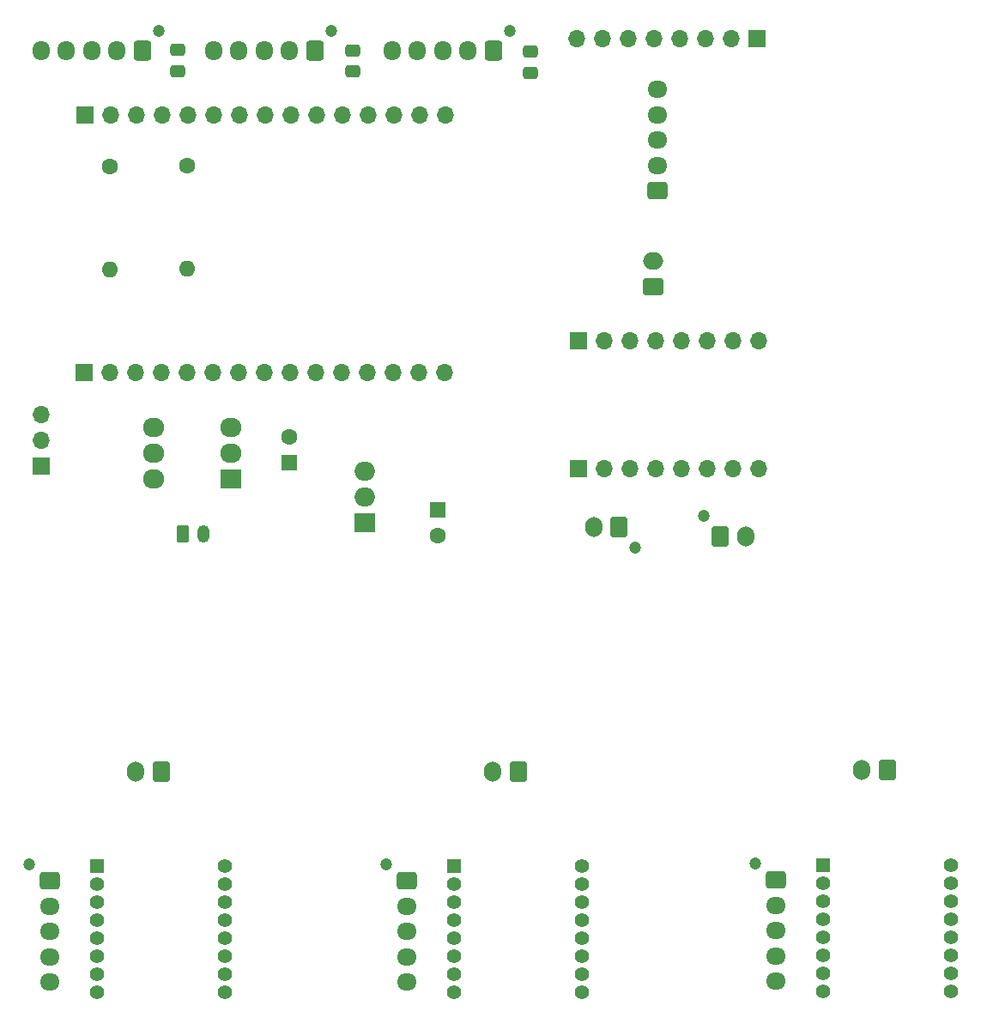
<source format=gbs>
G04 #@! TF.GenerationSoftware,KiCad,Pcbnew,7.0.10*
G04 #@! TF.CreationDate,2024-01-17T23:16:48-03:00*
G04 #@! TF.ProjectId,ligeirinho,6c696765-6972-4696-9e68-6f2e6b696361,rev?*
G04 #@! TF.SameCoordinates,Original*
G04 #@! TF.FileFunction,Soldermask,Bot*
G04 #@! TF.FilePolarity,Negative*
%FSLAX46Y46*%
G04 Gerber Fmt 4.6, Leading zero omitted, Abs format (unit mm)*
G04 Created by KiCad (PCBNEW 7.0.10) date 2024-01-17 23:16:48*
%MOMM*%
%LPD*%
G01*
G04 APERTURE LIST*
G04 Aperture macros list*
%AMRoundRect*
0 Rectangle with rounded corners*
0 $1 Rounding radius*
0 $2 $3 $4 $5 $6 $7 $8 $9 X,Y pos of 4 corners*
0 Add a 4 corners polygon primitive as box body*
4,1,4,$2,$3,$4,$5,$6,$7,$8,$9,$2,$3,0*
0 Add four circle primitives for the rounded corners*
1,1,$1+$1,$2,$3*
1,1,$1+$1,$4,$5*
1,1,$1+$1,$6,$7*
1,1,$1+$1,$8,$9*
0 Add four rect primitives between the rounded corners*
20,1,$1+$1,$2,$3,$4,$5,0*
20,1,$1+$1,$4,$5,$6,$7,0*
20,1,$1+$1,$6,$7,$8,$9,0*
20,1,$1+$1,$8,$9,$2,$3,0*%
G04 Aperture macros list end*
%ADD10C,1.200000*%
%ADD11RoundRect,0.250000X-0.725000X0.600000X-0.725000X-0.600000X0.725000X-0.600000X0.725000X0.600000X0*%
%ADD12O,1.950000X1.700000*%
%ADD13RoundRect,0.250000X0.600000X0.750000X-0.600000X0.750000X-0.600000X-0.750000X0.600000X-0.750000X0*%
%ADD14O,1.700000X2.000000*%
%ADD15R,1.400000X1.400000*%
%ADD16C,1.400000*%
%ADD17O,1.600000X1.600000*%
%ADD18C,1.600000*%
%ADD19O,1.700000X1.700000*%
%ADD20R,1.700000X1.700000*%
%ADD21O,1.200000X1.750000*%
%ADD22RoundRect,0.250000X-0.350000X-0.625000X0.350000X-0.625000X0.350000X0.625000X-0.350000X0.625000X0*%
%ADD23O,2.000000X1.905000*%
%ADD24R,2.000000X1.905000*%
%ADD25O,1.700000X1.950000*%
%ADD26RoundRect,0.250000X0.600000X0.725000X-0.600000X0.725000X-0.600000X-0.725000X0.600000X-0.725000X0*%
%ADD27R,1.600000X1.600000*%
%ADD28O,2.100000X1.900000*%
%ADD29R,2.100000X1.900000*%
%ADD30RoundRect,0.250000X-0.475000X0.337500X-0.475000X-0.337500X0.475000X-0.337500X0.475000X0.337500X0*%
%ADD31O,2.000000X1.700000*%
%ADD32RoundRect,0.250000X0.750000X-0.600000X0.750000X0.600000X-0.750000X0.600000X-0.750000X-0.600000X0*%
%ADD33RoundRect,0.250000X0.725000X-0.600000X0.725000X0.600000X-0.725000X0.600000X-0.725000X-0.600000X0*%
%ADD34RoundRect,0.250000X-0.600000X-0.750000X0.600000X-0.750000X0.600000X0.750000X-0.600000X0.750000X0*%
G04 APERTURE END LIST*
D10*
X67644000Y-124675000D03*
D11*
X69644000Y-126275000D03*
D12*
X69644000Y-128775000D03*
X69644000Y-131275000D03*
X69644000Y-133775000D03*
X69644000Y-136275000D03*
D13*
X80640000Y-115466000D03*
D14*
X78140000Y-115466000D03*
D15*
X74324000Y-124825000D03*
D16*
X74324000Y-126605000D03*
X74324000Y-128385000D03*
X74324000Y-130165000D03*
X74324000Y-131945000D03*
X74324000Y-133725000D03*
X74324000Y-135505000D03*
X74324000Y-137285000D03*
X86924000Y-137285000D03*
X86924000Y-135505000D03*
X86924000Y-133725000D03*
X86924000Y-131945000D03*
X86924000Y-130165000D03*
X86924000Y-128385000D03*
X86924000Y-126605000D03*
X86924000Y-124825000D03*
D10*
X104044000Y-124575000D03*
D11*
X106044000Y-126175000D03*
D12*
X106044000Y-128675000D03*
X106044000Y-131175000D03*
X106044000Y-133675000D03*
X106044000Y-136175000D03*
D13*
X117040000Y-115366000D03*
D14*
X114540000Y-115366000D03*
D15*
X110724000Y-124725000D03*
D16*
X110724000Y-126505000D03*
X110724000Y-128285000D03*
X110724000Y-130065000D03*
X110724000Y-131845000D03*
X110724000Y-133625000D03*
X110724000Y-135405000D03*
X110724000Y-137185000D03*
X123324000Y-137185000D03*
X123324000Y-135405000D03*
X123324000Y-133625000D03*
X123324000Y-131845000D03*
X123324000Y-130065000D03*
X123324000Y-128285000D03*
X123324000Y-126505000D03*
X123324000Y-124725000D03*
D15*
X39100000Y-124825000D03*
D16*
X39100000Y-126605000D03*
X39100000Y-128385000D03*
X39100000Y-130165000D03*
X39100000Y-131945000D03*
X39100000Y-133725000D03*
X39100000Y-135505000D03*
X39100000Y-137285000D03*
X51700000Y-137285000D03*
X51700000Y-135505000D03*
X51700000Y-133725000D03*
X51700000Y-131945000D03*
X51700000Y-130165000D03*
X51700000Y-128385000D03*
X51700000Y-126605000D03*
X51700000Y-124825000D03*
D13*
X45416000Y-115466000D03*
D14*
X42916000Y-115466000D03*
D10*
X32420000Y-124675000D03*
D11*
X34420000Y-126275000D03*
D12*
X34420000Y-128775000D03*
X34420000Y-131275000D03*
X34420000Y-133775000D03*
X34420000Y-136275000D03*
D17*
X40365000Y-65985000D03*
D18*
X40365000Y-55825000D03*
D19*
X104385000Y-73005000D03*
X101845000Y-73005000D03*
X99305000Y-73005000D03*
X96765000Y-73005000D03*
X94225000Y-73005000D03*
X91685000Y-73005000D03*
X89145000Y-73005000D03*
D20*
X86605000Y-73005000D03*
D19*
X33615000Y-80255000D03*
X33615000Y-82795000D03*
D20*
X33615000Y-85335000D03*
D21*
X49565000Y-92055000D03*
D22*
X47565000Y-92055000D03*
D19*
X86435000Y-43195000D03*
X88975000Y-43195000D03*
X91515000Y-43195000D03*
X94055000Y-43195000D03*
X96595000Y-43195000D03*
X99135000Y-43195000D03*
X101675000Y-43195000D03*
D20*
X104215000Y-43195000D03*
D23*
X65465000Y-85855000D03*
X65465000Y-88395000D03*
D24*
X65465000Y-90935000D03*
D25*
X68165000Y-44405000D03*
X70665000Y-44405000D03*
X73165000Y-44405000D03*
X75665000Y-44405000D03*
D26*
X78165000Y-44405000D03*
D10*
X79765000Y-42405000D03*
D18*
X58065000Y-82505000D03*
D27*
X58065000Y-85005000D03*
D18*
X72665000Y-92172621D03*
D27*
X72665000Y-89672621D03*
D25*
X50565000Y-44405000D03*
X53065000Y-44405000D03*
X55565000Y-44405000D03*
X58065000Y-44405000D03*
D26*
X60565000Y-44405000D03*
D10*
X62165000Y-42405000D03*
D17*
X47965000Y-65885000D03*
D18*
X47965000Y-55725000D03*
D19*
X73425000Y-50705000D03*
X70885000Y-50705000D03*
X68345000Y-50705000D03*
X65805000Y-50705000D03*
X63265000Y-50705000D03*
X60725000Y-50705000D03*
X58185000Y-50705000D03*
X55645000Y-50705000D03*
X53105000Y-50705000D03*
X50565000Y-50705000D03*
X48025000Y-50705000D03*
X45485000Y-50705000D03*
X42945000Y-50705000D03*
X40405000Y-50705000D03*
D20*
X37865000Y-50705000D03*
D19*
X73405000Y-76095000D03*
X70865000Y-76095000D03*
X68325000Y-76095000D03*
X65785000Y-76095000D03*
X63245000Y-76095000D03*
X60705000Y-76095000D03*
X58165000Y-76095000D03*
X55625000Y-76095000D03*
X53085000Y-76095000D03*
X50545000Y-76095000D03*
X48005000Y-76095000D03*
X45465000Y-76095000D03*
X42925000Y-76095000D03*
X40385000Y-76095000D03*
D20*
X37845000Y-76095000D03*
D19*
X104385000Y-85630000D03*
X101845000Y-85630000D03*
X99305000Y-85630000D03*
X96765000Y-85630000D03*
X94225000Y-85630000D03*
X91685000Y-85630000D03*
X89145000Y-85630000D03*
D20*
X86605000Y-85630000D03*
D28*
X44627500Y-84127500D03*
X52247500Y-84127500D03*
X44627500Y-86667500D03*
X52247500Y-81587500D03*
X44627500Y-81587500D03*
D29*
X52247500Y-86667500D03*
D25*
X33565000Y-44405000D03*
X36065000Y-44405000D03*
X38565000Y-44405000D03*
X41065000Y-44405000D03*
D26*
X43565000Y-44405000D03*
D10*
X45165000Y-42405000D03*
D30*
X81815000Y-46560000D03*
X81815000Y-44485000D03*
D31*
X93955000Y-65135000D03*
D32*
X93955000Y-67635000D03*
D30*
X47015000Y-46410000D03*
X47015000Y-44335000D03*
D12*
X94335000Y-48195000D03*
X94335000Y-50695000D03*
X94335000Y-53195000D03*
X94335000Y-55695000D03*
D33*
X94335000Y-58195000D03*
D30*
X64345000Y-46430000D03*
X64345000Y-44355000D03*
D14*
X103065000Y-92305000D03*
D34*
X100565000Y-92305000D03*
D10*
X98965000Y-90305000D03*
D14*
X88065000Y-91405000D03*
D13*
X90565000Y-91405000D03*
D10*
X92165000Y-93405000D03*
M02*

</source>
